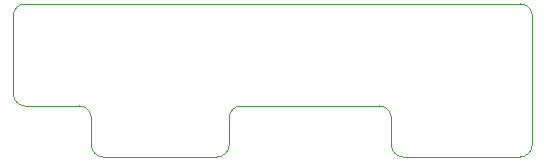
<source format=gm1>
G04 #@! TF.GenerationSoftware,KiCad,Pcbnew,5.1.0-unknown-e90452d~82~ubuntu16.04.1*
G04 #@! TF.CreationDate,2019-04-11T13:30:45-04:00*
G04 #@! TF.ProjectId,dual_touch_sensor_trrs_pcb,6475616c-5f74-46f7-9563-685f73656e73,1.0*
G04 #@! TF.SameCoordinates,Original*
G04 #@! TF.FileFunction,Profile,NP*
%FSLAX46Y46*%
G04 Gerber Fmt 4.6, Leading zero omitted, Abs format (unit mm)*
G04 Created by KiCad (PCBNEW 5.1.0-unknown-e90452d~82~ubuntu16.04.1) date 2019-04-11 13:30:45*
%MOMM*%
%LPD*%
G04 APERTURE LIST*
%ADD10C,0.050000*%
G04 APERTURE END LIST*
D10*
X165862000Y-103378000D02*
X165862000Y-114300000D01*
X121920000Y-103378000D02*
X121920000Y-109982000D01*
X154940000Y-115316000D02*
X164846000Y-115316000D01*
X153924000Y-112014000D02*
X153924000Y-114300000D01*
X141224000Y-110998000D02*
X152908000Y-110998000D01*
X140208000Y-114300000D02*
X140208000Y-112014000D01*
X122936000Y-102362000D02*
X164846000Y-102362000D01*
X165862000Y-114300000D02*
G75*
G02X164846000Y-115316000I-1016000J0D01*
G01*
X154940000Y-115316000D02*
G75*
G02X153924000Y-114300000I0J1016000D01*
G01*
X152908000Y-110998000D02*
G75*
G02X153924000Y-112014000I0J-1016000D01*
G01*
X140208000Y-112014000D02*
G75*
G02X141224000Y-110998000I1016000J0D01*
G01*
X127508000Y-110998000D02*
X122936000Y-110998000D01*
X129540000Y-115316000D02*
X137668000Y-115316000D01*
X128524000Y-112014000D02*
X128524000Y-114300000D01*
X129540000Y-115316000D02*
G75*
G02X128524000Y-114300000I0J1016000D01*
G01*
X127508000Y-110998000D02*
G75*
G02X128524000Y-112014000I0J-1016000D01*
G01*
X137668000Y-115316000D02*
X139192000Y-115316000D01*
X164846000Y-102362000D02*
G75*
G02X165862000Y-103378000I0J-1016000D01*
G01*
X140208000Y-114300000D02*
G75*
G02X139192000Y-115316000I-1016000J0D01*
G01*
X122936000Y-110998000D02*
G75*
G02X121920000Y-109982000I0J1016000D01*
G01*
X121920000Y-103378000D02*
G75*
G02X122936000Y-102362000I1016000J0D01*
G01*
M02*

</source>
